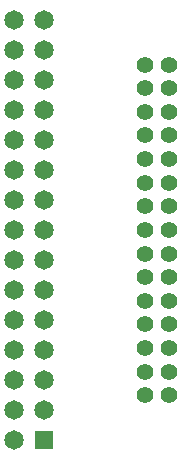
<source format=gbl>
G04 Layer_Physical_Order=2*
G04 Layer_Color=16711680*
%FSLAX25Y25*%
%MOIN*%
G70*
G01*
G75*
%ADD11C,0.05575*%
%ADD12R,0.06496X0.06496*%
%ADD13C,0.06496*%
D11*
X68000Y23500D02*
D03*
X60126D02*
D03*
X68000Y31374D02*
D03*
X60126D02*
D03*
X68000Y39248D02*
D03*
X60126D02*
D03*
X68000Y47122D02*
D03*
X60126D02*
D03*
X68000Y54996D02*
D03*
X60126D02*
D03*
X68000Y62870D02*
D03*
X60126D02*
D03*
X68000Y70744D02*
D03*
X60126D02*
D03*
X68000Y78618D02*
D03*
X60126D02*
D03*
X68000Y86492D02*
D03*
X60126D02*
D03*
X68000Y94366D02*
D03*
X60126D02*
D03*
X68000Y102240D02*
D03*
X60126D02*
D03*
X68000Y110114D02*
D03*
X60126D02*
D03*
X68000Y117988D02*
D03*
X60126D02*
D03*
X68000Y125862D02*
D03*
X60126D02*
D03*
X68000Y133736D02*
D03*
X60126D02*
D03*
D12*
X26500Y8500D02*
D03*
D13*
X16500D02*
D03*
X26500Y18500D02*
D03*
X16500D02*
D03*
X26500Y28500D02*
D03*
X16500D02*
D03*
X26500Y38500D02*
D03*
X16500D02*
D03*
X26500Y48500D02*
D03*
X16500D02*
D03*
X26500Y58500D02*
D03*
X16500D02*
D03*
X26500Y68500D02*
D03*
X16500D02*
D03*
X26500Y78500D02*
D03*
X16500D02*
D03*
X26500Y88500D02*
D03*
X16500D02*
D03*
X26500Y98500D02*
D03*
X16500D02*
D03*
X26500Y108500D02*
D03*
X16500D02*
D03*
X26500Y118500D02*
D03*
X16500D02*
D03*
X26500Y128500D02*
D03*
X16500D02*
D03*
X26500Y138500D02*
D03*
X16500D02*
D03*
X26500Y148500D02*
D03*
X16500D02*
D03*
M02*

</source>
